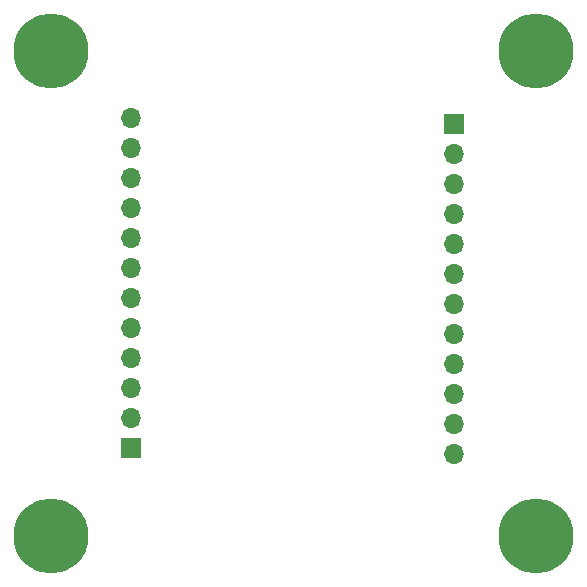
<source format=gbs>
G04 #@! TF.GenerationSoftware,KiCad,Pcbnew,(6.0.1)*
G04 #@! TF.CreationDate,2022-08-20T07:42:28-04:00*
G04 #@! TF.ProjectId,SH-LEV-01,53482d4c-4556-42d3-9031-2e6b69636164,1*
G04 #@! TF.SameCoordinates,Original*
G04 #@! TF.FileFunction,Soldermask,Bot*
G04 #@! TF.FilePolarity,Negative*
%FSLAX46Y46*%
G04 Gerber Fmt 4.6, Leading zero omitted, Abs format (unit mm)*
G04 Created by KiCad (PCBNEW (6.0.1)) date 2022-08-20 07:42:28*
%MOMM*%
%LPD*%
G01*
G04 APERTURE LIST*
%ADD10C,6.350000*%
%ADD11R,1.700000X1.700000*%
%ADD12O,1.700000X1.700000*%
G04 APERTURE END LIST*
D10*
X14000000Y-55000000D03*
X55000000Y-55000000D03*
X55000000Y-14000000D03*
X14000000Y-14000000D03*
D11*
X20732600Y-47604600D03*
D12*
X20732600Y-45064600D03*
X20732600Y-42524600D03*
X20732600Y-39984600D03*
X20732600Y-37444600D03*
X20732600Y-34904600D03*
X20732600Y-32364600D03*
X20732600Y-29824600D03*
X20732600Y-27284600D03*
X20732600Y-24744600D03*
X20732600Y-22204600D03*
X20732600Y-19664600D03*
D11*
X48050600Y-20142600D03*
D12*
X48050600Y-22682600D03*
X48050600Y-25222600D03*
X48050600Y-27762600D03*
X48050600Y-30302600D03*
X48050600Y-32842600D03*
X48050600Y-35382600D03*
X48050600Y-37922600D03*
X48050600Y-40462600D03*
X48050600Y-43002600D03*
X48050600Y-45542600D03*
X48050600Y-48082600D03*
M02*

</source>
